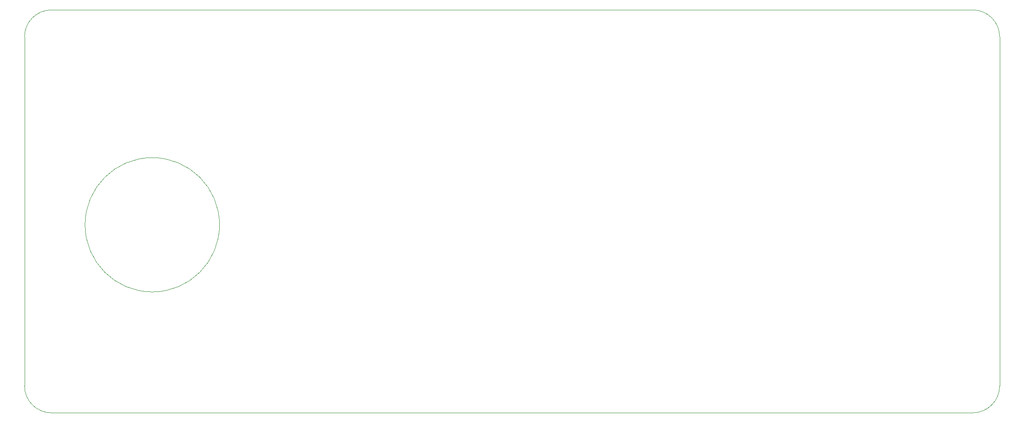
<source format=gbr>
%TF.GenerationSoftware,KiCad,Pcbnew,(6.0.7-1)-1*%
%TF.CreationDate,2022-12-08T22:36:41-08:00*%
%TF.ProjectId,Control,436f6e74-726f-46c2-9e6b-696361645f70,1.1*%
%TF.SameCoordinates,Original*%
%TF.FileFunction,Profile,NP*%
%FSLAX46Y46*%
G04 Gerber Fmt 4.6, Leading zero omitted, Abs format (unit mm)*
G04 Created by KiCad (PCBNEW (6.0.7-1)-1) date 2022-12-08 22:36:41*
%MOMM*%
%LPD*%
G01*
G04 APERTURE LIST*
%TA.AperFunction,Profile*%
%ADD10C,0.050000*%
%TD*%
G04 APERTURE END LIST*
D10*
X52070000Y-132080000D02*
X52070000Y-66040000D01*
X52070000Y-132080000D02*
G75*
G03*
X57150000Y-137160000I5080000J0D01*
G01*
X236220000Y-66040000D02*
G75*
G03*
X231140000Y-60960000I-5080000J0D01*
G01*
X236220000Y-66040000D02*
X236220000Y-132080000D01*
X57150000Y-60960000D02*
X231140000Y-60960000D01*
X57150000Y-60960000D02*
G75*
G03*
X52070000Y-66040000I0J-5080000D01*
G01*
X88900000Y-101600000D02*
G75*
G03*
X88900000Y-101600000I-12700000J0D01*
G01*
X231140000Y-137160000D02*
G75*
G03*
X236220000Y-132080000I0J5080000D01*
G01*
X231140000Y-137160000D02*
X57150000Y-137160000D01*
M02*

</source>
